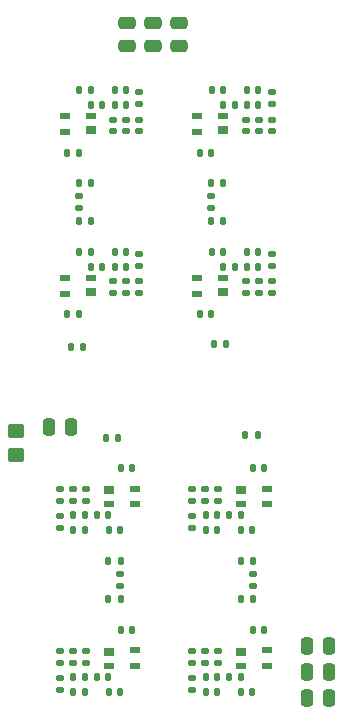
<source format=gbr>
%TF.GenerationSoftware,KiCad,Pcbnew,7.0.5-4d25ed1034~172~ubuntu22.04.1*%
%TF.CreationDate,2023-07-12T12:46:34+02:00*%
%TF.ProjectId,Chubut_2,43687562-7574-45f3-922e-6b696361645f,rev?*%
%TF.SameCoordinates,Original*%
%TF.FileFunction,Paste,Bot*%
%TF.FilePolarity,Positive*%
%FSLAX46Y46*%
G04 Gerber Fmt 4.6, Leading zero omitted, Abs format (unit mm)*
G04 Created by KiCad (PCBNEW 7.0.5-4d25ed1034~172~ubuntu22.04.1) date 2023-07-12 12:46:34*
%MOMM*%
%LPD*%
G01*
G04 APERTURE LIST*
G04 Aperture macros list*
%AMRoundRect*
0 Rectangle with rounded corners*
0 $1 Rounding radius*
0 $2 $3 $4 $5 $6 $7 $8 $9 X,Y pos of 4 corners*
0 Add a 4 corners polygon primitive as box body*
4,1,4,$2,$3,$4,$5,$6,$7,$8,$9,$2,$3,0*
0 Add four circle primitives for the rounded corners*
1,1,$1+$1,$2,$3*
1,1,$1+$1,$4,$5*
1,1,$1+$1,$6,$7*
1,1,$1+$1,$8,$9*
0 Add four rect primitives between the rounded corners*
20,1,$1+$1,$2,$3,$4,$5,0*
20,1,$1+$1,$4,$5,$6,$7,0*
20,1,$1+$1,$6,$7,$8,$9,0*
20,1,$1+$1,$8,$9,$2,$3,0*%
G04 Aperture macros list end*
%ADD10RoundRect,0.135000X-0.185000X0.135000X-0.185000X-0.135000X0.185000X-0.135000X0.185000X0.135000X0*%
%ADD11RoundRect,0.140000X0.140000X0.170000X-0.140000X0.170000X-0.140000X-0.170000X0.140000X-0.170000X0*%
%ADD12R,0.950000X0.500000*%
%ADD13R,0.950000X0.800000*%
%ADD14RoundRect,0.140000X-0.170000X0.140000X-0.170000X-0.140000X0.170000X-0.140000X0.170000X0.140000X0*%
%ADD15RoundRect,0.140000X0.170000X-0.140000X0.170000X0.140000X-0.170000X0.140000X-0.170000X-0.140000X0*%
%ADD16RoundRect,0.135000X-0.135000X-0.185000X0.135000X-0.185000X0.135000X0.185000X-0.135000X0.185000X0*%
%ADD17RoundRect,0.147500X0.147500X0.172500X-0.147500X0.172500X-0.147500X-0.172500X0.147500X-0.172500X0*%
%ADD18RoundRect,0.140000X-0.140000X-0.170000X0.140000X-0.170000X0.140000X0.170000X-0.140000X0.170000X0*%
%ADD19RoundRect,0.135000X0.135000X0.185000X-0.135000X0.185000X-0.135000X-0.185000X0.135000X-0.185000X0*%
%ADD20RoundRect,0.147500X-0.147500X-0.172500X0.147500X-0.172500X0.147500X0.172500X-0.147500X0.172500X0*%
%ADD21RoundRect,0.250000X0.250000X0.475000X-0.250000X0.475000X-0.250000X-0.475000X0.250000X-0.475000X0*%
%ADD22RoundRect,0.135000X0.185000X-0.135000X0.185000X0.135000X-0.185000X0.135000X-0.185000X-0.135000X0*%
%ADD23RoundRect,0.250000X-0.250000X-0.475000X0.250000X-0.475000X0.250000X0.475000X-0.250000X0.475000X0*%
%ADD24RoundRect,0.250000X-0.475000X0.250000X-0.475000X-0.250000X0.475000X-0.250000X0.475000X0.250000X0*%
%ADD25RoundRect,0.250000X0.450000X-0.350000X0.450000X0.350000X-0.450000X0.350000X-0.450000X-0.350000X0*%
G04 APERTURE END LIST*
D10*
%TO.C,R8*%
X-3400000Y-15590000D03*
X-3400000Y-16610000D03*
%TD*%
D11*
%TO.C,C40*%
X-6920000Y20100000D03*
X-7880000Y20100000D03*
%TD*%
D12*
%TO.C,U1*%
X6827500Y-9657500D03*
D13*
X6827500Y-8507500D03*
D12*
X9027500Y-8357500D03*
X9027500Y-9657500D03*
%TD*%
D14*
%TO.C,C41*%
X-4000000Y22880000D03*
X-4000000Y21920000D03*
%TD*%
D15*
%TO.C,C47*%
X-6300000Y-9380000D03*
X-6300000Y-8420000D03*
%TD*%
%TO.C,C51*%
X-8500000Y-23080000D03*
X-8500000Y-22120000D03*
%TD*%
D14*
%TO.C,C35*%
X-4000000Y9180000D03*
X-4000000Y8220000D03*
%TD*%
D16*
%TO.C,R12*%
X4490000Y3900000D03*
X5510000Y3900000D03*
%TD*%
D17*
%TO.C,L9*%
X-2915000Y10400000D03*
X-3885000Y10400000D03*
%TD*%
D14*
%TO.C,C30*%
X8300000Y22880000D03*
X8300000Y21920000D03*
%TD*%
D18*
%TO.C,C46*%
X-3380000Y-6600000D03*
X-2420000Y-6600000D03*
%TD*%
D17*
%TO.C,L7*%
X8285000Y24100000D03*
X7315000Y24100000D03*
%TD*%
%TO.C,L6*%
X6285000Y10400000D03*
X5315000Y10400000D03*
%TD*%
D19*
%TO.C,R21*%
X-5890000Y17500000D03*
X-6910000Y17500000D03*
%TD*%
D18*
%TO.C,C55*%
X-4380000Y-25600000D03*
X-3420000Y-25600000D03*
%TD*%
D10*
%TO.C,R16*%
X9400000Y11510000D03*
X9400000Y10490000D03*
%TD*%
%TO.C,R4*%
X7800000Y-15590000D03*
X7800000Y-16610000D03*
%TD*%
D11*
%TO.C,C38*%
X-2920000Y25400000D03*
X-3880000Y25400000D03*
%TD*%
D20*
%TO.C,L4*%
X5815000Y-24300000D03*
X6785000Y-24300000D03*
%TD*%
D21*
%TO.C,C2*%
X14300000Y-23900000D03*
X12400000Y-23900000D03*
%TD*%
D12*
%TO.C,U3*%
X5272500Y9457500D03*
D13*
X5272500Y8307500D03*
D12*
X3072500Y8157500D03*
X3072500Y9457500D03*
%TD*%
D20*
%TO.C,L1*%
X3815000Y-10600000D03*
X4785000Y-10600000D03*
%TD*%
D14*
%TO.C,C27*%
X9400000Y22880000D03*
X9400000Y21920000D03*
%TD*%
D17*
%TO.C,L12*%
X-4915000Y24100000D03*
X-5885000Y24100000D03*
%TD*%
D15*
%TO.C,C48*%
X-7400000Y-9380000D03*
X-7400000Y-8420000D03*
%TD*%
D11*
%TO.C,C31*%
X5280000Y25400000D03*
X4320000Y25400000D03*
%TD*%
D14*
%TO.C,C24*%
X8300000Y9180000D03*
X8300000Y8220000D03*
%TD*%
D18*
%TO.C,C52*%
X-3380000Y-20300000D03*
X-2420000Y-20300000D03*
%TD*%
D22*
%TO.C,R25*%
X-8500000Y-25410000D03*
X-8500000Y-24390000D03*
%TD*%
D20*
%TO.C,L3*%
X3815000Y-24300000D03*
X4785000Y-24300000D03*
%TD*%
D11*
%TO.C,C25*%
X5280000Y11700000D03*
X4320000Y11700000D03*
%TD*%
%TO.C,C22*%
X4280000Y6400000D03*
X3320000Y6400000D03*
%TD*%
D20*
%TO.C,L14*%
X-5385000Y-10600000D03*
X-4415000Y-10600000D03*
%TD*%
D12*
%TO.C,U7*%
X-4372500Y-9657500D03*
D13*
X-4372500Y-8507500D03*
D12*
X-2172500Y-8357500D03*
X-2172500Y-9657500D03*
%TD*%
D15*
%TO.C,C54*%
X-7400000Y-23080000D03*
X-7400000Y-22120000D03*
%TD*%
%TO.C,C12*%
X3800000Y-9380000D03*
X3800000Y-8420000D03*
%TD*%
D16*
%TO.C,R3*%
X6790000Y-14500000D03*
X7810000Y-14500000D03*
%TD*%
D18*
%TO.C,C49*%
X-4380000Y-11900000D03*
X-3420000Y-11900000D03*
%TD*%
D22*
%TO.C,R10*%
X2700000Y-11710001D03*
X2700000Y-10690001D03*
%TD*%
D10*
%TO.C,R17*%
X9400000Y25210000D03*
X9400000Y24190000D03*
%TD*%
D18*
%TO.C,C44*%
X-7380000Y-11900000D03*
X-6420000Y-11900000D03*
%TD*%
D14*
%TO.C,C33*%
X-1800000Y9180000D03*
X-1800000Y8220000D03*
%TD*%
D21*
%TO.C,C3*%
X14300000Y-26100000D03*
X12400000Y-26100000D03*
%TD*%
D19*
%TO.C,R13*%
X5310000Y14300000D03*
X4290000Y14300000D03*
%TD*%
%TO.C,R6*%
X-3590000Y-4100000D03*
X-4610000Y-4100000D03*
%TD*%
D14*
%TO.C,C36*%
X-2900000Y9180000D03*
X-2900000Y8220000D03*
%TD*%
D17*
%TO.C,L10*%
X-4915000Y10400000D03*
X-5885000Y10400000D03*
%TD*%
D15*
%TO.C,C11*%
X4900000Y-9380000D03*
X4900000Y-8420000D03*
%TD*%
D11*
%TO.C,C26*%
X8280000Y25400000D03*
X7320000Y25400000D03*
%TD*%
D19*
%TO.C,R15*%
X5310000Y17500000D03*
X4290000Y17500000D03*
%TD*%
D11*
%TO.C,C20*%
X8280000Y11700000D03*
X7320000Y11700000D03*
%TD*%
D12*
%TO.C,U8*%
X-4372500Y-23357500D03*
D13*
X-4372500Y-22207500D03*
D12*
X-2172500Y-22057500D03*
X-2172500Y-23357500D03*
%TD*%
%TO.C,U6*%
X-5927500Y23157500D03*
D13*
X-5927500Y22007500D03*
D12*
X-8127500Y21857500D03*
X-8127500Y23157500D03*
%TD*%
D23*
%TO.C,C7*%
X-9450000Y-3100000D03*
X-7550000Y-3100000D03*
%TD*%
D20*
%TO.C,L13*%
X-7385000Y-10600000D03*
X-6415000Y-10600000D03*
%TD*%
D17*
%TO.C,L5*%
X8285000Y10400000D03*
X7315000Y10400000D03*
%TD*%
D11*
%TO.C,C32*%
X-2920000Y11700000D03*
X-3880000Y11700000D03*
%TD*%
D24*
%TO.C,C5*%
X-600000Y31050000D03*
X-600000Y29150000D03*
%TD*%
D14*
%TO.C,C39*%
X-1800000Y22880000D03*
X-1800000Y21920000D03*
%TD*%
D18*
%TO.C,C8*%
X3820000Y-11900000D03*
X4780000Y-11900000D03*
%TD*%
%TO.C,C16*%
X7820000Y-20300000D03*
X8780000Y-20300000D03*
%TD*%
D16*
%TO.C,R2*%
X7190000Y-3800000D03*
X8210000Y-3800000D03*
%TD*%
D15*
%TO.C,C9*%
X2700000Y-9380000D03*
X2700000Y-8420000D03*
%TD*%
D19*
%TO.C,R18*%
X-6590000Y3600000D03*
X-7610000Y3600000D03*
%TD*%
D22*
%TO.C,R24*%
X-8500000Y-11710000D03*
X-8500000Y-10690000D03*
%TD*%
D25*
%TO.C,R1*%
X-12200000Y-5500000D03*
X-12200000Y-3500000D03*
%TD*%
D20*
%TO.C,L15*%
X-7385000Y-24300000D03*
X-6415000Y-24300000D03*
%TD*%
D15*
%TO.C,C15*%
X2700000Y-23080000D03*
X2700000Y-22120000D03*
%TD*%
D24*
%TO.C,C6*%
X1600000Y31050000D03*
X1600000Y29150000D03*
%TD*%
D14*
%TO.C,C21*%
X9400000Y9180000D03*
X9400000Y8220000D03*
%TD*%
D22*
%TO.C,R20*%
X-6900000Y15390000D03*
X-6900000Y16410000D03*
%TD*%
D15*
%TO.C,C45*%
X-8500000Y-9380000D03*
X-8500000Y-8420000D03*
%TD*%
D14*
%TO.C,C42*%
X-2900000Y22880000D03*
X-2900000Y21920000D03*
%TD*%
D16*
%TO.C,R9*%
X-4410000Y-17700000D03*
X-3390000Y-17700000D03*
%TD*%
D22*
%TO.C,R11*%
X2700000Y-25410000D03*
X2700000Y-24390000D03*
%TD*%
D16*
%TO.C,R7*%
X-4410000Y-14500000D03*
X-3390000Y-14500000D03*
%TD*%
D11*
%TO.C,C37*%
X-5920000Y11700000D03*
X-6880000Y11700000D03*
%TD*%
D17*
%TO.C,L11*%
X-2915000Y24100000D03*
X-3885000Y24100000D03*
%TD*%
D11*
%TO.C,C28*%
X4280000Y20100000D03*
X3320000Y20100000D03*
%TD*%
D12*
%TO.C,U4*%
X5272500Y23157500D03*
D13*
X5272500Y22007500D03*
D12*
X3072500Y21857500D03*
X3072500Y23157500D03*
%TD*%
D19*
%TO.C,R19*%
X-5890000Y14300000D03*
X-6910000Y14300000D03*
%TD*%
D20*
%TO.C,L2*%
X5815000Y-10600000D03*
X6785000Y-10600000D03*
%TD*%
D18*
%TO.C,C14*%
X3820000Y-25600000D03*
X4780000Y-25600000D03*
%TD*%
D10*
%TO.C,R23*%
X-1800000Y25210000D03*
X-1800000Y24190000D03*
%TD*%
D17*
%TO.C,L8*%
X6285000Y24100000D03*
X5315000Y24100000D03*
%TD*%
D12*
%TO.C,U2*%
X6827500Y-23357500D03*
D13*
X6827500Y-22207500D03*
D12*
X9027500Y-22057500D03*
X9027500Y-23357500D03*
%TD*%
D15*
%TO.C,C17*%
X4900000Y-23080000D03*
X4900000Y-22120000D03*
%TD*%
D18*
%TO.C,C19*%
X6820000Y-25600000D03*
X7780000Y-25600000D03*
%TD*%
D22*
%TO.C,R14*%
X4300000Y15390000D03*
X4300000Y16410000D03*
%TD*%
D18*
%TO.C,C13*%
X6820000Y-11900000D03*
X7780000Y-11900000D03*
%TD*%
D15*
%TO.C,C53*%
X-6300000Y-23080000D03*
X-6300000Y-22120000D03*
%TD*%
D20*
%TO.C,L16*%
X-5385000Y-24300000D03*
X-4415000Y-24300000D03*
%TD*%
D21*
%TO.C,C1*%
X14300000Y-21700000D03*
X12400000Y-21700000D03*
%TD*%
D18*
%TO.C,C10*%
X7820000Y-6600000D03*
X8780000Y-6600000D03*
%TD*%
D11*
%TO.C,C43*%
X-5920000Y25400000D03*
X-6880000Y25400000D03*
%TD*%
D24*
%TO.C,C4*%
X-2800000Y31050000D03*
X-2800000Y29150000D03*
%TD*%
D14*
%TO.C,C29*%
X7200000Y22880000D03*
X7200000Y21920000D03*
%TD*%
D11*
%TO.C,C34*%
X-6920000Y6400000D03*
X-7880000Y6400000D03*
%TD*%
D18*
%TO.C,C50*%
X-7380000Y-25600000D03*
X-6420000Y-25600000D03*
%TD*%
D12*
%TO.C,U5*%
X-5927500Y9457500D03*
D13*
X-5927500Y8307500D03*
D12*
X-8127500Y8157500D03*
X-8127500Y9457500D03*
%TD*%
D14*
%TO.C,C23*%
X7200000Y9180000D03*
X7200000Y8220000D03*
%TD*%
D16*
%TO.C,R5*%
X6790000Y-17700000D03*
X7810000Y-17700000D03*
%TD*%
D15*
%TO.C,C18*%
X3800000Y-23080000D03*
X3800000Y-22120000D03*
%TD*%
D10*
%TO.C,R22*%
X-1800000Y11510000D03*
X-1800000Y10490000D03*
%TD*%
M02*

</source>
